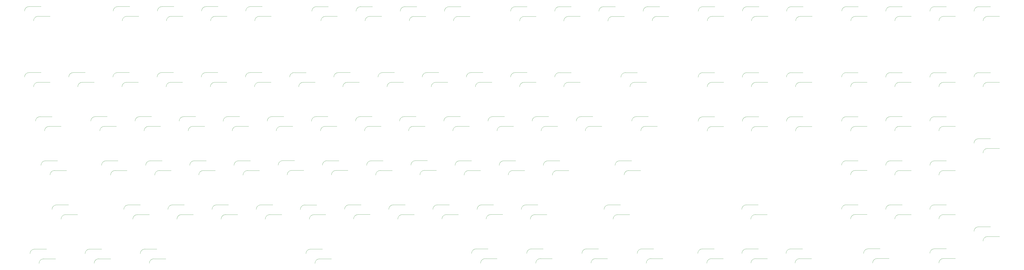
<source format=gbr>
%TF.GenerationSoftware,KiCad,Pcbnew,9.0.6-1.fc43*%
%TF.CreationDate,2025-12-24T21:45:28-06:00*%
%TF.ProjectId,full-keyboard,66756c6c-2d6b-4657-9962-6f6172642e6b,1*%
%TF.SameCoordinates,Original*%
%TF.FileFunction,Legend,Bot*%
%TF.FilePolarity,Positive*%
%FSLAX46Y46*%
G04 Gerber Fmt 4.6, Leading zero omitted, Abs format (unit mm)*
G04 Created by KiCad (PCBNEW 9.0.6-1.fc43) date 2025-12-24 21:45:28*
%MOMM*%
%LPD*%
G01*
G04 APERTURE LIST*
%ADD10C,0.120000*%
G04 APERTURE END LIST*
D10*
%TO.C,SW52*%
X241800000Y-107200000D02*
X246900000Y-107200000D01*
X245700000Y-111400000D02*
X250800000Y-111400000D01*
X239800000Y-109200000D02*
G75*
G02*
X241800000Y-107200000I1999999J1D01*
G01*
X243700000Y-113400000D02*
G75*
G02*
X245700000Y-111400000I1999999J1D01*
G01*
%TO.C,SW47*%
X146542500Y-107200000D02*
X151642500Y-107200000D01*
X150442500Y-111400000D02*
X155542500Y-111400000D01*
X144542500Y-109200000D02*
G75*
G02*
X146542500Y-107200000I1999999J1D01*
G01*
X148442500Y-113400000D02*
G75*
G02*
X150442500Y-111400000I1999999J1D01*
G01*
%TO.C,SW20*%
X451561169Y-59652685D02*
X456661169Y-59652685D01*
X455461169Y-63852685D02*
X460561169Y-63852685D01*
X449561169Y-61652685D02*
G75*
G02*
X451561169Y-59652685I1999999J1D01*
G01*
X453461169Y-65852685D02*
G75*
G02*
X455461169Y-63852685I1999999J1D01*
G01*
%TO.C,SW66*%
X113100000Y-126300000D02*
X118200000Y-126300000D01*
X117000000Y-130500000D02*
X122100000Y-130500000D01*
X111100000Y-128300000D02*
G75*
G02*
X113100000Y-126300000I1999999J1D01*
G01*
X115000000Y-132500000D02*
G75*
G02*
X117000000Y-130500000I1999999J1D01*
G01*
%TO.C,SW64*%
X75042500Y-126300000D02*
X80142500Y-126300000D01*
X78942500Y-130500000D02*
X84042500Y-130500000D01*
X73042500Y-128300000D02*
G75*
G02*
X75042500Y-126300000I1999999J1D01*
G01*
X76942500Y-132500000D02*
G75*
G02*
X78942500Y-130500000I1999999J1D01*
G01*
%TO.C,SW8*%
X203940583Y-59665221D02*
X209040583Y-59665221D01*
X207840583Y-63865221D02*
X212940583Y-63865221D01*
X201940583Y-61665221D02*
G75*
G02*
X203940583Y-59665221I1999999J1D01*
G01*
X205840583Y-65865221D02*
G75*
G02*
X207840583Y-63865221I1999999J1D01*
G01*
%TO.C,SW73*%
X246642500Y-126300000D02*
X251742500Y-126300000D01*
X250542500Y-130500000D02*
X255642500Y-130500000D01*
X244642500Y-128300000D02*
G75*
G02*
X246642500Y-126300000I1999999J1D01*
G01*
X248542500Y-132500000D02*
G75*
G02*
X250542500Y-130500000I1999999J1D01*
G01*
%TO.C,SW98*%
X91760000Y-164480000D02*
X96860000Y-164480000D01*
X95660000Y-168680000D02*
X100760000Y-168680000D01*
X89760000Y-166480000D02*
G75*
G02*
X91760000Y-164480000I1999999J1D01*
G01*
X93660000Y-170680000D02*
G75*
G02*
X95660000Y-168680000I1999999J1D01*
G01*
%TO.C,SW106*%
X370406845Y-164405288D02*
X375506845Y-164405288D01*
X374306845Y-168605288D02*
X379406845Y-168605288D01*
X368406845Y-166405288D02*
G75*
G02*
X370406845Y-164405288I1999999J1D01*
G01*
X372306845Y-170605288D02*
G75*
G02*
X374306845Y-168605288I1999999J1D01*
G01*
%TO.C,SW76*%
X394389492Y-126269059D02*
X399489492Y-126269059D01*
X398289492Y-130469059D02*
X403389492Y-130469059D01*
X392389492Y-128269059D02*
G75*
G02*
X394389492Y-126269059I1999999J1D01*
G01*
X396289492Y-132469059D02*
G75*
G02*
X398289492Y-130469059I1999999J1D01*
G01*
%TO.C,SW28*%
X175260628Y-88156953D02*
X180360628Y-88156953D01*
X179160628Y-92356953D02*
X184260628Y-92356953D01*
X173260628Y-90156953D02*
G75*
G02*
X175260628Y-88156953I1999999J1D01*
G01*
X177160628Y-94356953D02*
G75*
G02*
X179160628Y-92356953I1999999J1D01*
G01*
%TO.C,SW31*%
X232469228Y-88159152D02*
X237569228Y-88159152D01*
X236369228Y-92359152D02*
X241469228Y-92359152D01*
X230469228Y-90159152D02*
G75*
G02*
X232469228Y-88159152I1999999J1D01*
G01*
X234369228Y-94359152D02*
G75*
G02*
X236369228Y-92359152I1999999J1D01*
G01*
%TO.C,SW19*%
X432513202Y-59644770D02*
X437613202Y-59644770D01*
X436413202Y-63844770D02*
X441513202Y-63844770D01*
X430513202Y-61644770D02*
G75*
G02*
X432513202Y-59644770I1999999J1D01*
G01*
X434413202Y-65844770D02*
G75*
G02*
X436413202Y-63844770I1999999J1D01*
G01*
%TO.C,SW25*%
X118083388Y-88149899D02*
X123183388Y-88149899D01*
X121983388Y-92349899D02*
X127083388Y-92349899D01*
X116083388Y-90149899D02*
G75*
G02*
X118083388Y-88149899I1999999J1D01*
G01*
X119983388Y-94349899D02*
G75*
G02*
X121983388Y-92349899I1999999J1D01*
G01*
%TO.C,SW97*%
X67960000Y-164480000D02*
X73060000Y-164480000D01*
X71860000Y-168680000D02*
X76960000Y-168680000D01*
X65960000Y-166480000D02*
G75*
G02*
X67960000Y-164480000I1999999J1D01*
G01*
X69860000Y-170680000D02*
G75*
G02*
X71860000Y-168680000I1999999J1D01*
G01*
%TO.C,SW54*%
X279900000Y-107200000D02*
X285000000Y-107200000D01*
X283800000Y-111400000D02*
X288900000Y-111400000D01*
X277900000Y-109200000D02*
G75*
G02*
X279900000Y-107200000I1999999J1D01*
G01*
X281800000Y-113400000D02*
G75*
G02*
X283800000Y-111400000I1999999J1D01*
G01*
%TO.C,SW12*%
X289662838Y-59661771D02*
X294762838Y-59661771D01*
X293562838Y-63861771D02*
X298662838Y-63861771D01*
X287662838Y-61661771D02*
G75*
G02*
X289662838Y-59661771I1999999J1D01*
G01*
X291562838Y-65861771D02*
G75*
G02*
X293562838Y-63861771I1999999J1D01*
G01*
%TO.C,SW1*%
X41820000Y-59600000D02*
X46920000Y-59600000D01*
X45720000Y-63800000D02*
X50820000Y-63800000D01*
X39820000Y-61600000D02*
G75*
G02*
X41820000Y-59600000I1999999J1D01*
G01*
X43720000Y-65800000D02*
G75*
G02*
X45720000Y-63800000I1999999J1D01*
G01*
%TO.C,SW101*%
X258520000Y-164400000D02*
X263620000Y-164400000D01*
X262420000Y-168600000D02*
X267520000Y-168600000D01*
X256520000Y-166400000D02*
G75*
G02*
X258520000Y-164400000I1999999J1D01*
G01*
X260420000Y-170600000D02*
G75*
G02*
X262420000Y-168600000I1999999J1D01*
G01*
%TO.C,SW11*%
X270620794Y-59660145D02*
X275720794Y-59660145D01*
X274520794Y-63860145D02*
X279620794Y-63860145D01*
X268620794Y-61660145D02*
G75*
G02*
X270620794Y-59660145I1999999J1D01*
G01*
X272520794Y-65860145D02*
G75*
G02*
X274520794Y-63860145I1999999J1D01*
G01*
%TO.C,SW57*%
X351552827Y-107277603D02*
X356652827Y-107277603D01*
X355452827Y-111477603D02*
X360552827Y-111477603D01*
X349552827Y-109277603D02*
G75*
G02*
X351552827Y-107277603I1999999J1D01*
G01*
X353452827Y-113477603D02*
G75*
G02*
X355452827Y-111477603I1999999J1D01*
G01*
%TO.C,SW37*%
X370593584Y-88173693D02*
X375693584Y-88173693D01*
X374493584Y-92373693D02*
X379593584Y-92373693D01*
X368593584Y-90173693D02*
G75*
G02*
X370593584Y-88173693I1999999J1D01*
G01*
X372493584Y-94373693D02*
G75*
G02*
X374493584Y-92373693I1999999J1D01*
G01*
%TO.C,SW62*%
X451524731Y-116751498D02*
X456624731Y-116751498D01*
X455424731Y-120951498D02*
X460524731Y-120951498D01*
X449524731Y-118751498D02*
G75*
G02*
X451524731Y-116751498I1999999J1D01*
G01*
X453424731Y-122951498D02*
G75*
G02*
X455424731Y-120951498I1999999J1D01*
G01*
%TO.C,SW18*%
X413468740Y-59644870D02*
X418568740Y-59644870D01*
X417368740Y-63844870D02*
X422468740Y-63844870D01*
X411468740Y-61644870D02*
G75*
G02*
X413468740Y-59644870I1999999J1D01*
G01*
X415368740Y-65844870D02*
G75*
G02*
X417368740Y-63844870I1999999J1D01*
G01*
%TO.C,SW49*%
X184642500Y-107200000D02*
X189742500Y-107200000D01*
X188542500Y-111400000D02*
X193642500Y-111400000D01*
X182642500Y-109200000D02*
G75*
G02*
X184642500Y-107200000I1999999J1D01*
G01*
X186542500Y-113400000D02*
G75*
G02*
X188542500Y-111400000I1999999J1D01*
G01*
%TO.C,SW78*%
X432501238Y-126310224D02*
X437601238Y-126310224D01*
X436401238Y-130510224D02*
X441501238Y-130510224D01*
X430501238Y-128310224D02*
G75*
G02*
X432501238Y-126310224I1999999J1D01*
G01*
X434401238Y-132510224D02*
G75*
G02*
X436401238Y-130510224I1999999J1D01*
G01*
%TO.C,SW96*%
X44167764Y-164504810D02*
X49267764Y-164504810D01*
X48067764Y-168704810D02*
X53167764Y-168704810D01*
X42167764Y-166504810D02*
G75*
G02*
X44167764Y-164504810I1999999J1D01*
G01*
X46067764Y-170704810D02*
G75*
G02*
X48067764Y-168704810I1999999J1D01*
G01*
%TO.C,SW27*%
X156213179Y-88160614D02*
X161313179Y-88160614D01*
X160113179Y-92360614D02*
X165213179Y-92360614D01*
X154213179Y-90160614D02*
G75*
G02*
X156213179Y-88160614I1999999J1D01*
G01*
X158113179Y-94360614D02*
G75*
G02*
X160113179Y-92360614I1999999J1D01*
G01*
%TO.C,SW29*%
X194336464Y-88156112D02*
X199436464Y-88156112D01*
X198236464Y-92356112D02*
X203336464Y-92356112D01*
X192336464Y-90156112D02*
G75*
G02*
X194336464Y-88156112I1999999J1D01*
G01*
X196236464Y-94356112D02*
G75*
G02*
X198236464Y-92356112I1999999J1D01*
G01*
%TO.C,SW107*%
X403887041Y-164359077D02*
X408987041Y-164359077D01*
X407787041Y-168559077D02*
X412887041Y-168559077D01*
X401887041Y-166359077D02*
G75*
G02*
X403887041Y-164359077I1999999J1D01*
G01*
X405787041Y-170559077D02*
G75*
G02*
X407787041Y-168559077I1999999J1D01*
G01*
%TO.C,SW89*%
X256173588Y-145379275D02*
X261273588Y-145379275D01*
X260073588Y-149579275D02*
X265173588Y-149579275D01*
X254173588Y-147379275D02*
G75*
G02*
X256173588Y-145379275I1999999J1D01*
G01*
X258073588Y-151579275D02*
G75*
G02*
X260073588Y-149579275I1999999J1D01*
G01*
%TO.C,SW70*%
X189442500Y-126300000D02*
X194542500Y-126300000D01*
X193342500Y-130500000D02*
X198442500Y-130500000D01*
X187442500Y-128300000D02*
G75*
G02*
X189442500Y-126300000I1999999J1D01*
G01*
X191342500Y-132500000D02*
G75*
G02*
X193342500Y-130500000I1999999J1D01*
G01*
%TO.C,SW90*%
X291888670Y-145379275D02*
X296988670Y-145379275D01*
X295788670Y-149579275D02*
X300888670Y-149579275D01*
X289888670Y-147379275D02*
G75*
G02*
X291888670Y-145379275I1999999J1D01*
G01*
X293788670Y-151579275D02*
G75*
G02*
X295788670Y-149579275I1999999J1D01*
G01*
%TO.C,SW71*%
X208527290Y-126243301D02*
X213627290Y-126243301D01*
X212427290Y-130443301D02*
X217527290Y-130443301D01*
X206527290Y-128243301D02*
G75*
G02*
X208527290Y-126243301I1999999J1D01*
G01*
X210427290Y-132443301D02*
G75*
G02*
X212427290Y-130443301I1999999J1D01*
G01*
%TO.C,SW104*%
X332339316Y-164403761D02*
X337439316Y-164403761D01*
X336239316Y-168603761D02*
X341339316Y-168603761D01*
X330339316Y-166403761D02*
G75*
G02*
X332339316Y-164403761I1999999J1D01*
G01*
X334239316Y-170603761D02*
G75*
G02*
X336239316Y-168603761I1999999J1D01*
G01*
%TO.C,SW42*%
X46546884Y-107224031D02*
X51646884Y-107224031D01*
X50446884Y-111424031D02*
X55546884Y-111424031D01*
X44546884Y-109224031D02*
G75*
G02*
X46546884Y-107224031I1999999J1D01*
G01*
X48446884Y-113424031D02*
G75*
G02*
X50446884Y-111424031I1999999J1D01*
G01*
%TO.C,SW80*%
X84633426Y-145389712D02*
X89733426Y-145389712D01*
X88533426Y-149589712D02*
X93633426Y-149589712D01*
X82633426Y-147389712D02*
G75*
G02*
X84633426Y-145389712I1999999J1D01*
G01*
X86533426Y-151589712D02*
G75*
G02*
X88533426Y-149589712I1999999J1D01*
G01*
%TO.C,SW93*%
X413440519Y-145347722D02*
X418540519Y-145347722D01*
X417340519Y-149547722D02*
X422440519Y-149547722D01*
X411440519Y-147347722D02*
G75*
G02*
X413440519Y-145347722I1999999J1D01*
G01*
X415340519Y-151547722D02*
G75*
G02*
X417340519Y-149547722I1999999J1D01*
G01*
%TO.C,SW2*%
X80076232Y-59624027D02*
X85176232Y-59624027D01*
X83976232Y-63824027D02*
X89076232Y-63824027D01*
X78076232Y-61624027D02*
G75*
G02*
X80076232Y-59624027I1999999J1D01*
G01*
X81976232Y-65824027D02*
G75*
G02*
X83976232Y-63824027I1999999J1D01*
G01*
%TO.C,SW77*%
X413442500Y-126300000D02*
X418542500Y-126300000D01*
X417342500Y-130500000D02*
X422442500Y-130500000D01*
X411442500Y-128300000D02*
G75*
G02*
X413442500Y-126300000I1999999J1D01*
G01*
X415342500Y-132500000D02*
G75*
G02*
X417342500Y-130500000I1999999J1D01*
G01*
%TO.C,SW3*%
X99156082Y-59624027D02*
X104256082Y-59624027D01*
X103056082Y-63824027D02*
X108156082Y-63824027D01*
X97156082Y-61624027D02*
G75*
G02*
X99156082Y-59624027I1999999J1D01*
G01*
X101056082Y-65824027D02*
G75*
G02*
X103056082Y-63824027I1999999J1D01*
G01*
%TO.C,SW92*%
X394386959Y-145323978D02*
X399486959Y-145323978D01*
X398286959Y-149523978D02*
X403386959Y-149523978D01*
X392386959Y-147323978D02*
G75*
G02*
X394386959Y-145323978I1999999J1D01*
G01*
X396286959Y-151523978D02*
G75*
G02*
X398286959Y-149523978I1999999J1D01*
G01*
%TO.C,SW95*%
X451531832Y-154846246D02*
X456631832Y-154846246D01*
X455431832Y-159046246D02*
X460531832Y-159046246D01*
X449531832Y-156846246D02*
G75*
G02*
X451531832Y-154846246I1999999J1D01*
G01*
X453431832Y-161046246D02*
G75*
G02*
X455431832Y-159046246I1999999J1D01*
G01*
%TO.C,SW14*%
X332539249Y-59657158D02*
X337639249Y-59657158D01*
X336439249Y-63857158D02*
X341539249Y-63857158D01*
X330539249Y-61657158D02*
G75*
G02*
X332539249Y-59657158I1999999J1D01*
G01*
X334439249Y-65857158D02*
G75*
G02*
X336439249Y-63857158I1999999J1D01*
G01*
%TO.C,SW83*%
X141791076Y-145368228D02*
X146891076Y-145368228D01*
X145691076Y-149568228D02*
X150791076Y-149568228D01*
X139791076Y-147368228D02*
G75*
G02*
X141791076Y-145368228I1999999J1D01*
G01*
X143691076Y-151568228D02*
G75*
G02*
X145691076Y-149568228I1999999J1D01*
G01*
%TO.C,SW86*%
X198979911Y-145350223D02*
X204079911Y-145350223D01*
X202879911Y-149550223D02*
X207979911Y-149550223D01*
X196979911Y-147350223D02*
G75*
G02*
X198979911Y-145350223I1999999J1D01*
G01*
X200879911Y-151550223D02*
G75*
G02*
X202879911Y-149550223I1999999J1D01*
G01*
%TO.C,SW10*%
X251570582Y-59672622D02*
X256670582Y-59672622D01*
X255470582Y-63872622D02*
X260570582Y-63872622D01*
X249570582Y-61672622D02*
G75*
G02*
X251570582Y-59672622I1999999J1D01*
G01*
X253470582Y-65872622D02*
G75*
G02*
X255470582Y-63872622I1999999J1D01*
G01*
%TO.C,SW105*%
X351366005Y-164403761D02*
X356466005Y-164403761D01*
X355266005Y-168603761D02*
X360366005Y-168603761D01*
X349366005Y-166403761D02*
G75*
G02*
X351366005Y-164403761I1999999J1D01*
G01*
X353266005Y-170603761D02*
G75*
G02*
X355266005Y-168603761I1999999J1D01*
G01*
%TO.C,SW100*%
X234720000Y-164400000D02*
X239820000Y-164400000D01*
X238620000Y-168600000D02*
X243720000Y-168600000D01*
X232720000Y-166400000D02*
G75*
G02*
X234720000Y-164400000I1999999J1D01*
G01*
X236620000Y-170600000D02*
G75*
G02*
X238620000Y-168600000I1999999J1D01*
G01*
%TO.C,SW85*%
X179910000Y-145340000D02*
X185010000Y-145340000D01*
X183810000Y-149540000D02*
X188910000Y-149540000D01*
X177910000Y-147340000D02*
G75*
G02*
X179910000Y-145340000I1999999J1D01*
G01*
X181810000Y-151540000D02*
G75*
G02*
X183810000Y-149540000I1999999J1D01*
G01*
%TO.C,SW30*%
X213419015Y-88159507D02*
X218519015Y-88159507D01*
X217319015Y-92359507D02*
X222419015Y-92359507D01*
X211419015Y-90159507D02*
G75*
G02*
X213419015Y-88159507I1999999J1D01*
G01*
X215319015Y-94359507D02*
G75*
G02*
X217319015Y-92359507I1999999J1D01*
G01*
%TO.C,SW36*%
X351552827Y-88173693D02*
X356652827Y-88173693D01*
X355452827Y-92373693D02*
X360552827Y-92373693D01*
X349552827Y-90173693D02*
G75*
G02*
X351552827Y-88173693I1999999J1D01*
G01*
X353452827Y-94373693D02*
G75*
G02*
X355452827Y-92373693I1999999J1D01*
G01*
%TO.C,SW108*%
X432473438Y-164359077D02*
X437573438Y-164359077D01*
X436373438Y-168559077D02*
X441473438Y-168559077D01*
X430473438Y-166359077D02*
G75*
G02*
X432473438Y-164359077I1999999J1D01*
G01*
X434373438Y-170559077D02*
G75*
G02*
X436373438Y-168559077I1999999J1D01*
G01*
%TO.C,SW34*%
X299171745Y-88167979D02*
X304271745Y-88167979D01*
X303071745Y-92367979D02*
X308171745Y-92367979D01*
X297171745Y-90167979D02*
G75*
G02*
X299171745Y-88167979I1999999J1D01*
G01*
X301071745Y-94367979D02*
G75*
G02*
X303071745Y-92367979I1999999J1D01*
G01*
%TO.C,SW7*%
X184873182Y-59641772D02*
X189973182Y-59641772D01*
X188773182Y-63841772D02*
X193873182Y-63841772D01*
X182873182Y-61641772D02*
G75*
G02*
X184873182Y-59641772I1999999J1D01*
G01*
X186773182Y-65841772D02*
G75*
G02*
X188773182Y-63841772I1999999J1D01*
G01*
%TO.C,SW102*%
X282342500Y-164400000D02*
X287442500Y-164400000D01*
X286242500Y-168600000D02*
X291342500Y-168600000D01*
X280342500Y-166400000D02*
G75*
G02*
X282342500Y-164400000I1999999J1D01*
G01*
X284242500Y-170600000D02*
G75*
G02*
X286242500Y-168600000I1999999J1D01*
G01*
%TO.C,SW59*%
X394410000Y-107240000D02*
X399510000Y-107240000D01*
X398310000Y-111440000D02*
X403410000Y-111440000D01*
X392410000Y-109240000D02*
G75*
G02*
X394410000Y-107240000I1999999J1D01*
G01*
X396310000Y-113440000D02*
G75*
G02*
X398310000Y-111440000I1999999J1D01*
G01*
%TO.C,SW63*%
X48900000Y-126300000D02*
X54000000Y-126300000D01*
X52800000Y-130500000D02*
X57900000Y-130500000D01*
X46900000Y-128300000D02*
G75*
G02*
X48900000Y-126300000I1999999J1D01*
G01*
X50800000Y-132500000D02*
G75*
G02*
X52800000Y-130500000I1999999J1D01*
G01*
%TO.C,SW75*%
X296642500Y-126300000D02*
X301742500Y-126300000D01*
X300542500Y-130500000D02*
X305642500Y-130500000D01*
X294642500Y-128300000D02*
G75*
G02*
X296642500Y-126300000I1999999J1D01*
G01*
X298542500Y-132500000D02*
G75*
G02*
X300542500Y-130500000I1999999J1D01*
G01*
%TO.C,SW39*%
X413449689Y-88173863D02*
X418549689Y-88173863D01*
X417349689Y-92373863D02*
X422449689Y-92373863D01*
X411449689Y-90173863D02*
G75*
G02*
X413449689Y-88173863I1999999J1D01*
G01*
X415349689Y-94373863D02*
G75*
G02*
X417349689Y-92373863I1999999J1D01*
G01*
%TO.C,SW48*%
X165642500Y-107200000D02*
X170742500Y-107200000D01*
X169542500Y-111400000D02*
X174642500Y-111400000D01*
X163642500Y-109200000D02*
G75*
G02*
X165642500Y-107200000I1999999J1D01*
G01*
X167542500Y-113400000D02*
G75*
G02*
X169542500Y-111400000I1999999J1D01*
G01*
%TO.C,SW50*%
X203642500Y-107200000D02*
X208742500Y-107200000D01*
X207542500Y-111400000D02*
X212642500Y-111400000D01*
X201642500Y-109200000D02*
G75*
G02*
X203642500Y-107200000I1999999J1D01*
G01*
X205542500Y-113400000D02*
G75*
G02*
X207542500Y-111400000I1999999J1D01*
G01*
%TO.C,SW9*%
X223018013Y-59665221D02*
X228118013Y-59665221D01*
X226918013Y-63865221D02*
X232018013Y-63865221D01*
X221018013Y-61665221D02*
G75*
G02*
X223018013Y-59665221I1999999J1D01*
G01*
X224918013Y-65865221D02*
G75*
G02*
X226918013Y-63865221I1999999J1D01*
G01*
%TO.C,SW44*%
X89500000Y-107200000D02*
X94600000Y-107200000D01*
X93400000Y-111400000D02*
X98500000Y-111400000D01*
X87500000Y-109200000D02*
G75*
G02*
X89500000Y-107200000I1999999J1D01*
G01*
X91400000Y-113400000D02*
G75*
G02*
X93400000Y-111400000I1999999J1D01*
G01*
%TO.C,SW79*%
X53671964Y-145378970D02*
X58771964Y-145378970D01*
X57571964Y-149578970D02*
X62671964Y-149578970D01*
X51671964Y-147378970D02*
G75*
G02*
X53671964Y-145378970I1999999J1D01*
G01*
X55571964Y-151578970D02*
G75*
G02*
X57571964Y-149578970I1999999J1D01*
G01*
%TO.C,SW56*%
X332506374Y-107277603D02*
X337606374Y-107277603D01*
X336406374Y-111477603D02*
X341506374Y-111477603D01*
X330506374Y-109277603D02*
G75*
G02*
X332506374Y-107277603I1999999J1D01*
G01*
X334406374Y-113477603D02*
G75*
G02*
X336406374Y-111477603I1999999J1D01*
G01*
%TO.C,SW38*%
X394394630Y-88162451D02*
X399494630Y-88162451D01*
X398294630Y-92362451D02*
X403394630Y-92362451D01*
X392394630Y-90162451D02*
G75*
G02*
X394394630Y-88162451I1999999J1D01*
G01*
X396294630Y-94362451D02*
G75*
G02*
X398294630Y-92362451I1999999J1D01*
G01*
%TO.C,SW74*%
X265700000Y-126300000D02*
X270800000Y-126300000D01*
X269600000Y-130500000D02*
X274700000Y-130500000D01*
X263700000Y-128300000D02*
G75*
G02*
X265700000Y-126300000I1999999J1D01*
G01*
X267600000Y-132500000D02*
G75*
G02*
X269600000Y-130500000I1999999J1D01*
G01*
%TO.C,SW35*%
X332505641Y-88169136D02*
X337605641Y-88169136D01*
X336405641Y-92369136D02*
X341505641Y-92369136D01*
X330505641Y-90169136D02*
G75*
G02*
X332505641Y-88169136I1999999J1D01*
G01*
X334405641Y-94369136D02*
G75*
G02*
X336405641Y-92369136I1999999J1D01*
G01*
%TO.C,SW72*%
X227600000Y-126300000D02*
X232700000Y-126300000D01*
X231500000Y-130500000D02*
X236600000Y-130500000D01*
X225600000Y-128300000D02*
G75*
G02*
X227600000Y-126300000I1999999J1D01*
G01*
X229500000Y-132500000D02*
G75*
G02*
X231500000Y-130500000I1999999J1D01*
G01*
%TO.C,SW22*%
X60883415Y-88149899D02*
X65983415Y-88149899D01*
X64783415Y-92349899D02*
X69883415Y-92349899D01*
X58883415Y-90149899D02*
G75*
G02*
X60883415Y-88149899I1999999J1D01*
G01*
X62783415Y-94349899D02*
G75*
G02*
X64783415Y-92349899I1999999J1D01*
G01*
%TO.C,SW6*%
X165808687Y-59634126D02*
X170908687Y-59634126D01*
X169708687Y-63834126D02*
X174808687Y-63834126D01*
X163808687Y-61634126D02*
G75*
G02*
X165808687Y-59634126I1999999J1D01*
G01*
X167708687Y-65834126D02*
G75*
G02*
X169708687Y-63834126I1999999J1D01*
G01*
%TO.C,SW21*%
X41816758Y-88149899D02*
X46916758Y-88149899D01*
X45716758Y-92349899D02*
X50816758Y-92349899D01*
X39816758Y-90149899D02*
G75*
G02*
X41816758Y-88149899I1999999J1D01*
G01*
X43716758Y-94349899D02*
G75*
G02*
X45716758Y-92349899I1999999J1D01*
G01*
%TO.C,SW103*%
X306200000Y-164400000D02*
X311300000Y-164400000D01*
X310100000Y-168600000D02*
X315200000Y-168600000D01*
X304200000Y-166400000D02*
G75*
G02*
X306200000Y-164400000I1999999J1D01*
G01*
X308100000Y-170600000D02*
G75*
G02*
X310100000Y-168600000I1999999J1D01*
G01*
%TO.C,SW58*%
X370619465Y-107246026D02*
X375719465Y-107246026D01*
X374519465Y-111446026D02*
X379619465Y-111446026D01*
X368619465Y-109246026D02*
G75*
G02*
X370619465Y-107246026I1999999J1D01*
G01*
X372519465Y-113446026D02*
G75*
G02*
X374519465Y-111446026I1999999J1D01*
G01*
%TO.C,SW69*%
X170350509Y-126262456D02*
X175450509Y-126262456D01*
X174250509Y-130462456D02*
X179350509Y-130462456D01*
X168350509Y-128262456D02*
G75*
G02*
X170350509Y-126262456I1999999J1D01*
G01*
X172250509Y-132462456D02*
G75*
G02*
X174250509Y-130462456I1999999J1D01*
G01*
%TO.C,SW5*%
X137263733Y-59623628D02*
X142363733Y-59623628D01*
X141163733Y-63823628D02*
X146263733Y-63823628D01*
X135263733Y-61623628D02*
G75*
G02*
X137263733Y-59623628I1999999J1D01*
G01*
X139163733Y-65823628D02*
G75*
G02*
X141163733Y-63823628I1999999J1D01*
G01*
%TO.C,SW87*%
X218019430Y-145350223D02*
X223119430Y-145350223D01*
X221919430Y-149550223D02*
X227019430Y-149550223D01*
X216019430Y-147350223D02*
G75*
G02*
X218019430Y-145350223I1999999J1D01*
G01*
X219919430Y-151550223D02*
G75*
G02*
X221919430Y-149550223I1999999J1D01*
G01*
%TO.C,SW55*%
X303842500Y-107200000D02*
X308942500Y-107200000D01*
X307742500Y-111400000D02*
X312842500Y-111400000D01*
X301842500Y-109200000D02*
G75*
G02*
X303842500Y-107200000I1999999J1D01*
G01*
X305742500Y-113400000D02*
G75*
G02*
X307742500Y-111400000I1999999J1D01*
G01*
%TO.C,SW23*%
X79953967Y-88149899D02*
X85053967Y-88149899D01*
X83853967Y-92349899D02*
X88953967Y-92349899D01*
X77953967Y-90149899D02*
G75*
G02*
X79953967Y-88149899I1999999J1D01*
G01*
X81853967Y-94349899D02*
G75*
G02*
X83853967Y-92349899I1999999J1D01*
G01*
%TO.C,SW17*%
X394459361Y-59646744D02*
X399559361Y-59646744D01*
X398359361Y-63846744D02*
X403459361Y-63846744D01*
X392459361Y-61646744D02*
G75*
G02*
X394459361Y-59646744I1999999J1D01*
G01*
X396359361Y-65846744D02*
G75*
G02*
X398359361Y-63846744I1999999J1D01*
G01*
%TO.C,SW60*%
X413442500Y-107200000D02*
X418542500Y-107200000D01*
X417342500Y-111400000D02*
X422442500Y-111400000D01*
X411442500Y-109200000D02*
G75*
G02*
X413442500Y-107200000I1999999J1D01*
G01*
X415342500Y-113400000D02*
G75*
G02*
X417342500Y-111400000I1999999J1D01*
G01*
%TO.C,SW41*%
X451532642Y-88175064D02*
X456632642Y-88175064D01*
X455432642Y-92375064D02*
X460532642Y-92375064D01*
X449532642Y-90175064D02*
G75*
G02*
X451532642Y-88175064I1999999J1D01*
G01*
X453432642Y-94375064D02*
G75*
G02*
X455432642Y-92375064I1999999J1D01*
G01*
%TO.C,SW43*%
X70400000Y-107200000D02*
X75500000Y-107200000D01*
X74300000Y-111400000D02*
X79400000Y-111400000D01*
X68400000Y-109200000D02*
G75*
G02*
X70400000Y-107200000I1999999J1D01*
G01*
X72300000Y-113400000D02*
G75*
G02*
X74300000Y-111400000I1999999J1D01*
G01*
%TO.C,SW53*%
X260842500Y-107200000D02*
X265942500Y-107200000D01*
X264742500Y-111400000D02*
X269842500Y-111400000D01*
X258842500Y-109200000D02*
G75*
G02*
X260842500Y-107200000I1999999J1D01*
G01*
X262742500Y-113400000D02*
G75*
G02*
X264742500Y-111400000I1999999J1D01*
G01*
%TO.C,SW33*%
X270602197Y-88170082D02*
X275702197Y-88170082D01*
X274502197Y-92370082D02*
X279602197Y-92370082D01*
X268602197Y-90170082D02*
G75*
G02*
X270602197Y-88170082I1999999J1D01*
G01*
X272502197Y-94370082D02*
G75*
G02*
X274502197Y-92370082I1999999J1D01*
G01*
%TO.C,SW88*%
X237110000Y-145340000D02*
X242210000Y-145340000D01*
X241010000Y-149540000D02*
X246110000Y-149540000D01*
X235110000Y-147340000D02*
G75*
G02*
X237110000Y-145340000I1999999J1D01*
G01*
X239010000Y-151540000D02*
G75*
G02*
X241010000Y-149540000I1999999J1D01*
G01*
%TO.C,SW26*%
X137150045Y-88149899D02*
X142250045Y-88149899D01*
X141050045Y-92349899D02*
X146150045Y-92349899D01*
X135150045Y-90149899D02*
G75*
G02*
X137150045Y-88149899I1999999J1D01*
G01*
X139050045Y-94349899D02*
G75*
G02*
X141050045Y-92349899I1999999J1D01*
G01*
%TO.C,SW40*%
X432490280Y-88175861D02*
X437590280Y-88175861D01*
X436390280Y-92375861D02*
X441490280Y-92375861D01*
X430490280Y-90175861D02*
G75*
G02*
X432490280Y-88175861I1999999J1D01*
G01*
X434390280Y-94375861D02*
G75*
G02*
X436390280Y-92375861I1999999J1D01*
G01*
%TO.C,SW82*%
X122726598Y-145359363D02*
X127826598Y-145359363D01*
X126626598Y-149559363D02*
X131726598Y-149559363D01*
X120726598Y-147359363D02*
G75*
G02*
X122726598Y-145359363I1999999J1D01*
G01*
X124626598Y-151559363D02*
G75*
G02*
X126626598Y-149559363I1999999J1D01*
G01*
%TO.C,SW51*%
X222742500Y-107200000D02*
X227842500Y-107200000D01*
X226642500Y-111400000D02*
X231742500Y-111400000D01*
X220742500Y-109200000D02*
G75*
G02*
X222742500Y-107200000I1999999J1D01*
G01*
X224642500Y-113400000D02*
G75*
G02*
X226642500Y-111400000I1999999J1D01*
G01*
%TO.C,SW45*%
X108542500Y-107200000D02*
X113642500Y-107200000D01*
X112442500Y-111400000D02*
X117542500Y-111400000D01*
X106542500Y-109200000D02*
G75*
G02*
X108542500Y-107200000I1999999J1D01*
G01*
X110442500Y-113400000D02*
G75*
G02*
X112442500Y-111400000I1999999J1D01*
G01*
%TO.C,SW46*%
X127542500Y-107200000D02*
X132642500Y-107200000D01*
X131442500Y-111400000D02*
X136542500Y-111400000D01*
X125542500Y-109200000D02*
G75*
G02*
X127542500Y-107200000I1999999J1D01*
G01*
X129442500Y-113400000D02*
G75*
G02*
X131442500Y-111400000I1999999J1D01*
G01*
%TO.C,SW67*%
X132200000Y-126300000D02*
X137300000Y-126300000D01*
X136100000Y-130500000D02*
X141200000Y-130500000D01*
X130200000Y-128300000D02*
G75*
G02*
X132200000Y-126300000I1999999J1D01*
G01*
X134100000Y-132500000D02*
G75*
G02*
X136100000Y-130500000I1999999J1D01*
G01*
%TO.C,SW99*%
X163242500Y-164500000D02*
X168342500Y-164500000D01*
X167142500Y-168700000D02*
X172242500Y-168700000D01*
X161242500Y-166500000D02*
G75*
G02*
X163242500Y-164500000I1999999J1D01*
G01*
X165142500Y-170700000D02*
G75*
G02*
X167142500Y-168700000I1999999J1D01*
G01*
%TO.C,SW32*%
X251547055Y-88159152D02*
X256647055Y-88159152D01*
X255447055Y-92359152D02*
X260547055Y-92359152D01*
X249547055Y-90159152D02*
G75*
G02*
X251547055Y-88159152I1999999J1D01*
G01*
X253447055Y-94359152D02*
G75*
G02*
X255447055Y-92359152I1999999J1D01*
G01*
%TO.C,SW13*%
X308758874Y-59661771D02*
X313858874Y-59661771D01*
X312658874Y-63861771D02*
X317758874Y-63861771D01*
X306758874Y-61661771D02*
G75*
G02*
X308758874Y-59661771I1999999J1D01*
G01*
X310658874Y-65861771D02*
G75*
G02*
X312658874Y-63861771I1999999J1D01*
G01*
%TO.C,SW15*%
X351613592Y-59655156D02*
X356713592Y-59655156D01*
X355513592Y-63855156D02*
X360613592Y-63855156D01*
X349613592Y-61655156D02*
G75*
G02*
X351613592Y-59655156I1999999J1D01*
G01*
X353513592Y-65855156D02*
G75*
G02*
X355513592Y-63855156I1999999J1D01*
G01*
%TO.C,SW61*%
X432486395Y-107219686D02*
X437586395Y-107219686D01*
X436386395Y-111419686D02*
X441486395Y-111419686D01*
X430486395Y-109219686D02*
G75*
G02*
X432486395Y-107219686I1999999J1D01*
G01*
X434386395Y-113419686D02*
G75*
G02*
X436386395Y-111419686I1999999J1D01*
G01*
%TO.C,SW84*%
X160820000Y-145400000D02*
X165920000Y-145400000D01*
X164720000Y-149600000D02*
X169820000Y-149600000D01*
X158820000Y-147400000D02*
G75*
G02*
X160820000Y-145400000I1999999J1D01*
G01*
X162720000Y-151600000D02*
G75*
G02*
X164720000Y-149600000I1999999J1D01*
G01*
%TO.C,SW91*%
X351320000Y-145347386D02*
X356420000Y-145347386D01*
X355220000Y-149547386D02*
X360320000Y-149547386D01*
X349320000Y-147347386D02*
G75*
G02*
X351320000Y-145347386I1999999J1D01*
G01*
X353220000Y-151547386D02*
G75*
G02*
X355220000Y-149547386I1999999J1D01*
G01*
%TO.C,SW81*%
X103671487Y-145370105D02*
X108771487Y-145370105D01*
X107571487Y-149570105D02*
X112671487Y-149570105D01*
X101671487Y-147370105D02*
G75*
G02*
X103671487Y-145370105I1999999J1D01*
G01*
X105571487Y-151570105D02*
G75*
G02*
X107571487Y-149570105I1999999J1D01*
G01*
%TO.C,SW16*%
X370669413Y-59655156D02*
X375769413Y-59655156D01*
X374569413Y-63855156D02*
X379669413Y-63855156D01*
X368669413Y-61655156D02*
G75*
G02*
X370669413Y-59655156I1999999J1D01*
G01*
X372569413Y-65855156D02*
G75*
G02*
X374569413Y-63855156I1999999J1D01*
G01*
%TO.C,SW68*%
X151260913Y-126236827D02*
X156360913Y-126236827D01*
X155160913Y-130436827D02*
X160260913Y-130436827D01*
X149260913Y-128236827D02*
G75*
G02*
X151260913Y-126236827I1999999J1D01*
G01*
X153160913Y-132436827D02*
G75*
G02*
X155160913Y-130436827I1999999J1D01*
G01*
%TO.C,SW94*%
X432470198Y-145350905D02*
X437570198Y-145350905D01*
X436370198Y-149550905D02*
X441470198Y-149550905D01*
X430470198Y-147350905D02*
G75*
G02*
X432470198Y-145350905I1999999J1D01*
G01*
X434370198Y-151550905D02*
G75*
G02*
X436370198Y-149550905I1999999J1D01*
G01*
%TO.C,SW4*%
X118212082Y-59615570D02*
X123312082Y-59615570D01*
X122112082Y-63815570D02*
X127212082Y-63815570D01*
X116212082Y-61615570D02*
G75*
G02*
X118212082Y-59615570I1999999J1D01*
G01*
X120112082Y-65815570D02*
G75*
G02*
X122112082Y-63815570I1999999J1D01*
G01*
%TO.C,SW24*%
X99016730Y-88149899D02*
X104116730Y-88149899D01*
X102916730Y-92349899D02*
X108016730Y-92349899D01*
X97016730Y-90149899D02*
G75*
G02*
X99016730Y-88149899I1999999J1D01*
G01*
X100916730Y-94349899D02*
G75*
G02*
X102916730Y-92349899I1999999J1D01*
G01*
%TO.C,SW65*%
X94100000Y-126300000D02*
X99200000Y-126300000D01*
X98000000Y-130500000D02*
X103100000Y-130500000D01*
X92100000Y-128300000D02*
G75*
G02*
X94100000Y-126300000I1999999J1D01*
G01*
X96000000Y-132500000D02*
G75*
G02*
X98000000Y-130500000I1999999J1D01*
G01*
%TD*%
M02*

</source>
